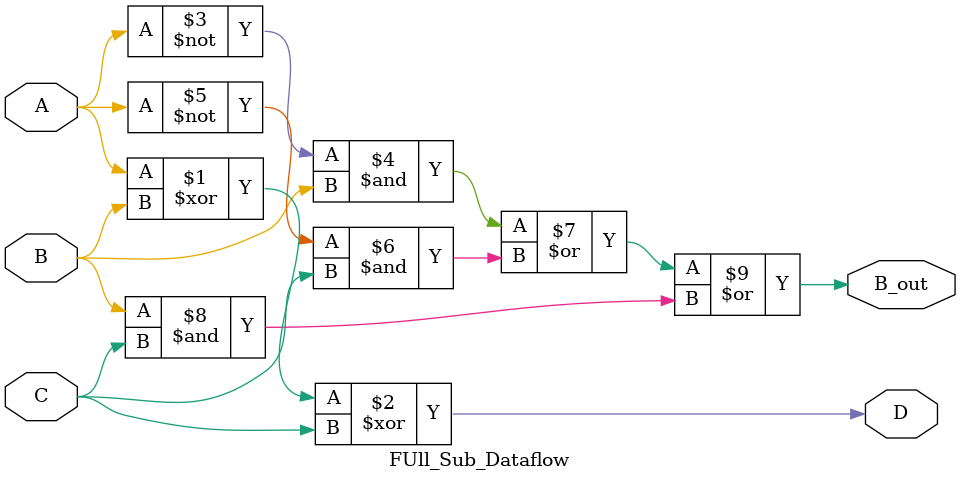
<source format=v>
`timescale 1ns / 1ps


module FUll_Sub_Dataflow(
output D,
output B_out,
input A,
input B,
input C
    );
    
assign D=A^B^C;
assign B_out=(~A&B)|(~A&C)|B&C;
endmodule

</source>
